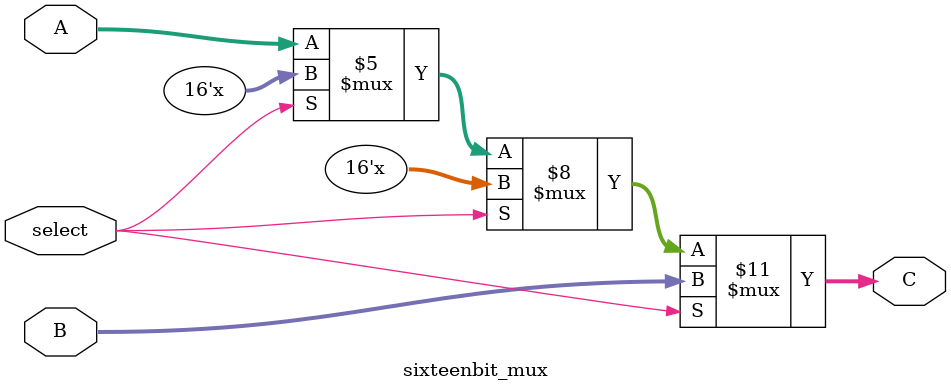
<source format=sv>
module sixteenbit_mux(
    input logic select,
    input logic [15:0] A,
    input logic [15:0] B,

    output logic [15:0] C
);


always_comb begin
    C = 16'bX;
    if(select == 1) begin
        C = B;
    end
    else if(select == 0) begin
        C = A;
    end
end
endmodule
</source>
